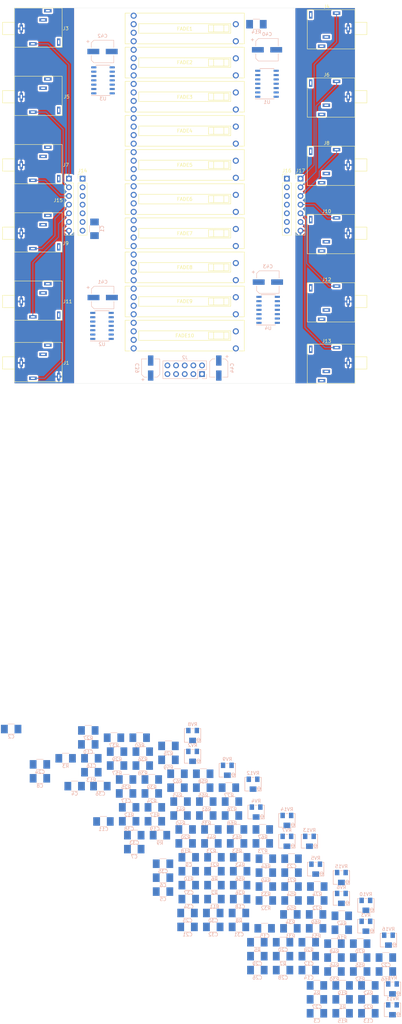
<source format=kicad_pcb>
(kicad_pcb (version 20241229) (generator "pcbnew") (generator_version "9.0")
  (layers (0 "F.Cu" signal) (2 "B.Cu" signal) (13 "F.Paste" user) (15 "B.Paste" user) (5 "F.SilkS" user "F.Silkscreen") (7 "B.SilkS" user "B.Silkscreen") (1 "F.Mask" user) (3 "B.Mask" user) (25 "Edge.Cuts" user))
  (net 0 "")
  (net 1 "Net-(C1-Pad1)")
  (net 2 "Net-(C16-Pad2)")
  (net 3 "Net-(C2-Pad2)")
  (net 4 "Net-(C15-Pad2)")
  (net 5 "Net-(C3-Pad2)")
  (net 6 "Net-(C4-Pad1)")
  (net 7 "Net-(C10-Pad1)")
  (net 8 "Net-(C5-Pad2)")
  (net 9 "Net-(C5-Pad1)")
  (net 10 "GND")
  (net 11 "Net-(C6-Pad1)")
  (net 12 "Net-(C7-Pad1)")
  (net 13 "Net-(C8-Pad1)")
  (net 14 "Net-(C9-Pad1)")
  (net 15 "Net-(C10-Pad2)")
  (net 16 "Net-(C11-Pad2)")
  (net 17 "Net-(C11-Pad1)")
  (net 18 "Net-(C12-Pad1)")
  (net 19 "Net-(C12-Pad2)")
  (net 20 "Net-(C13-Pad1)")
  (net 21 "Net-(C14-Pad1)")
  (net 22 "Net-(C15-Pad1)")
  (net 23 "Net-(C16-Pad1)")
  (net 24 "Net-(C17-Pad1)")
  (net 25 "Net-(C17-Pad2)")
  (net 26 "Net-(C18-Pad1)")
  (net 27 "Net-(C18-Pad2)")
  (net 28 "Net-(C19-Pad1)")
  (net 29 "Net-(C20-Pad1)")
  (net 30 "Net-(C21-Pad1)")
  (net 31 "Net-(C22-Pad1)")
  (net 32 "Net-(C23-Pad1)")
  (net 33 "Net-(C23-Pad2)")
  (net 34 "Net-(C24-Pad1)")
  (net 35 "Net-(C24-Pad2)")
  (net 36 "Net-(C25-Pad1)")
  (net 37 "Net-(C26-Pad1)")
  (net 38 "SUM")
  (net 39 "Net-(C27-Pad1)")
  (net 40 "Net-(C28-Pad1)")
  (net 41 "Net-(C29-Pad1)")
  (net 42 "Net-(C29-Pad2)")
  (net 43 "Net-(C30-Pad1)")
  (net 44 "Net-(C31-Pad1)")
  (net 45 "Net-(C32-Pad2)")
  (net 46 "Net-(C32-Pad1)")
  (net 47 "Net-(C33-Pad2)")
  (net 48 "Net-(C33-Pad1)")
  (net 49 "Net-(C34-Pad1)")
  (net 50 "Net-(C35-Pad1)")
  (net 51 "Net-(C36-Pad1)")
  (net 52 "Net-(C37-Pad1)")
  (net 53 "Net-(C38-Pad1)")
  (net 54 "+12")
  (net 55 "-12")
  (net 56 "<100")
  (net 57 "Net-(FADE1-Pad4)")
  (net 58 "Net-(FADE2-Pad4)")
  (net 59 "200")
  (net 60 "350")
  (net 61 "Net-(FADE3-Pad4)")
  (net 62 "500")
  (net 63 "Net-(FADE4-Pad4)")
  (net 64 "Net-(FADE5-Pad4)")
  (net 65 "700")
  (net 66 "Net-(FADE6-Pad4)")
  (net 67 "1k")
  (net 68 "1k4")
  (net 69 "Net-(FADE7-Pad4)")
  (net 70 "Net-(FADE8-Pad4)")
  (net 71 "2k")
  (net 72 "Net-(FADE9-Pad4)")
  (net 73 "3k5")
  (net 74 ">7k")
  (net 75 "Net-(FADE10-Pad4)")
  (net 76 "Net-(J3-Pad2)")
  (net 77 "Net-(J4-Pad2)")
  (net 78 "Net-(J5-Pad2)")
  (net 79 "Net-(J6-Pad2)")
  (net 80 "Net-(J7-Pad2)")
  (net 81 "Net-(J8-Pad2)")
  (net 82 "Net-(J9-Pad2)")
  (net 83 "Net-(J10-Pad2)")
  (net 84 "Net-(J11-Pad2)")
  (net 85 "Net-(J12-Pad2)")
  (net 86 "Net-(J13-Pad3)")
  (net 87 "Net-(J13-Pad2)")
  (net 88 "Net-(R5-Pad1)")
  (net 89 "Net-(R6-Pad1)")
  (net 90 "Net-(R20-Pad1)")
  (net 91 "Net-(R21-Pad2)")
  (net 92 "Net-(R32-Pad1)")
  (net 93 "Net-(R34-Pad1)")
  (net 94 "Net-(R35-Pad2)")
  (net 95 "Net-(R37-Pad2)")
  (net 96 "Net-(R47-Pad1)")
  (net 97 "Net-(R48-Pad1)")
  (net 98 "Net-(R50-Pad2)")
  (net 99 "Net-(R51-Pad2)")
  (net 100 "Net-(R60-Pad1)")
  (net 101 "Net-(R61-Pad1)")
  (net 102 "Net-(R62-Pad2)")
  (net 103 "Net-(R63-Pad2)")
  (net 104 "Net-(R65-Pad2)")
  (net 105 "Net-(R66-Pad2)")
  (net 106 "Net-(R73-Pad1)")
  (net 107 "Net-(R74-Pad2)")
  (net 108 "Net-(RV1-Pad1)")
  (net 109 "Net-(RV3-Pad1)")
  (net 110 "Net-(RV4-Pad1)")
  (net 111 "Net-(RV7-Pad1)")
  (net 112 "Net-(RV8-Pad1)")
  (net 113 "Net-(RV11-Pad1)")
  (net 114 "Net-(RV12-Pad1)")
  (net 115 "Net-(RV15-Pad1)")
  (net 116 "Net-(U4-Pad12)")
  (net 117 "Net-(U4-Pad10)")
  (net 118 "Input")
  (net 119 "<100_Out")
  (net 120 "200_Out")
  (net 121 "350_Out")
  (net 122 "500_Out")
  (net 123 "700_Out")
  (net 124 "1k_Out")
  (net 125 "1k4_Out")
  (net 126 "2k_Out")
  (net 127 "3k5_Out")
  (net 128 ">7k_Out")
  (net 129 "Net-(J1-Pad1)")
  (net 130 "Net-(J1-Pad3)")
  (net 131 "Net-(J15-Pad2)")
  (net 132 "Net-(J17-Pad1)")
  (net 133 "Net-(J10-Pad1)")
  (net 134 "Net-(J15-Pad3)")
  (net 135 "Net-(J17-Pad2)")
  (net 136 "Net-(J15-Pad4)")
  (net 137 "Net-(J17-Pad3)")
  (net 138 "Net-(J10-Pad3)")
  (net 139 "Net-(J11-Pad3)")
  (net 140 "Net-(J12-Pad3)")
  (net 141 "Output")
  (net 142 "Net-(J15-Pad1)")
  (footprint "Custom_Library:PLT20" (layer "F.Cu") (at 50 6)
    (property "Reference" "FADE1")
    (property "Value" "PTL20")
  )
  (footprint "Custom_Library:PLT20" (layer "F.Cu") (at 50 16)
    (property "Reference" "FADE2")
    (property "Value" "PTL20")
  )
  (footprint "Custom_Library:PLT20" (layer "F.Cu") (at 50 26)
    (property "Reference" "FADE3")
    (property "Value" "PTL20")
  )
  (footprint "Custom_Library:PLT20" (layer "F.Cu") (at 50 36)
    (property "Reference" "FADE4")
    (property "Value" "PTL20")
  )
  (footprint "Custom_Library:PLT20" (layer "F.Cu") (at 50 56)
    (property "Reference" "FADE6")
    (property "Value" "PTL20")
  )
  (footprint "Custom_Library:PLT20" (layer "F.Cu") (at 50 66)
    (property "Reference" "FADE7")
    (property "Value" "PTL20")
  )
  (footprint "Custom_Library:PLT20" (layer "F.Cu") (at 50 76)
    (property "Reference" "FADE8")
    (property "Value" "PTL20")
  )
  (footprint "Custom_Library:PLT20" (layer "F.Cu") (at 50 86)
    (property "Reference" "FADE9")
    (property "Value" "PTL20")
  )
  (footprint "Custom_Library:PLT20" (layer "F.Cu") (at 50 96)
    (property "Reference" "FADE10")
    (property "Value" "PTL20")
  )
  (footprint "Custom_Library:Mono_Jack_3.5mm_Switch_Switchcraft_35RAPC2AH3" (layer "F.Cu") (at 0 104)
    (property "Reference" "J1")
    (property "Value" "AudioJack1_Switch")
  )
  (footprint "Custom_Library:Mono_Jack_3.5mm_Switch_Switchcraft_35RAPC2AH3" (layer "F.Cu") (at 0 6)
    (property "Reference" "J3")
    (property "Value" "AudioJack1_Switch")
  )
  (footprint "Custom_Library:Mono_Jack_3.5mm_Switch_Switchcraft_35RAPC2AH3" (layer "F.Cu") (at 100 6 180)
    (property "Reference" "J4")
    (property "Value" "AudioJack1_Switch")
  )
  (footprint "Custom_Library:Mono_Jack_3.5mm_Switch_Switchcraft_35RAPC2AH3" (layer "F.Cu") (at 0 26)
    (property "Reference" "J5")
    (property "Value" "AudioJack1_Switch")
  )
  (footprint "Custom_Library:Mono_Jack_3.5mm_Switch_Switchcraft_35RAPC2AH3" (layer "F.Cu") (at 100 26 180)
    (property "Reference" "J6")
    (property "Value" "AudioJack1_Switch")
  )
  (footprint "Custom_Library:Mono_Jack_3.5mm_Switch_Switchcraft_35RAPC2AH3" (layer "F.Cu") (at 0 46)
    (property "Reference" "J7")
    (property "Value" "AudioJack1_Switch")
  )
  (footprint "Custom_Library:Mono_Jack_3.5mm_Switch_Switchcraft_35RAPC2AH3" (layer "F.Cu") (at 100 46 180)
    (property "Reference" "J8")
    (property "Value" "AudioJack1_Switch")
  )
  (footprint "Custom_Library:Mono_Jack_3.5mm_Switch_Switchcraft_35RAPC2AH3" (layer "F.Cu") (at 0 66)
    (property "Reference" "J9")
    (property "Value" "AudioJack1_Switch")
  )
  (footprint "Custom_Library:Mono_Jack_3.5mm_Switch_Switchcraft_35RAPC2AH3" (layer "F.Cu") (at 100 66 180)
    (property "Reference" "J10")
    (property "Value" "AudioJack1_Switch")
  )
  (footprint "Custom_Library:Mono_Jack_3.5mm_Switch_Switchcraft_35RAPC2AH3" (layer "F.Cu") (at 0 86)
    (property "Reference" "J11")
    (property "Value" "AudioJack1_Switch")
  )
  (footprint "Custom_Library:Mono_Jack_3.5mm_Switch_Switchcraft_35RAPC2AH3" (layer "F.Cu") (at 100 86 180)
    (property "Reference" "J12")
    (property "Value" "AudioJack1_Switch")
  )
  (footprint "Custom_Library:Mono_Jack_3.5mm_Switch_Switchcraft_35RAPC2AH3" (layer "F.Cu") (at 100 104 180)
    (property "Reference" "J13")
    (property "Value" "AudioJack1_Switch")
  )
  (footprint "Custom_Library:PLT20" (layer "F.Cu") (at 50 46)
    (property "Reference" "FADE5")
    (property "Value" "PTL20")
  )
  (footprint "Pin_Headers:Pin_Header_Straight_1x07_Pitch2.54mm" (layer "F.Cu") (at 20 50)
    (property "Reference" "J14")
    (property "Value" "Conn_01x07")
  )
  (footprint "Pin_Headers:Pin_Header_Straight_1x07_Pitch2.54mm" (layer "F.Cu") (at 16 50)
    (property "Reference" "J15")
    (property "Value" "Conn_01x07")
  )
  (footprint "Pin_Headers:Pin_Header_Straight_1x07_Pitch2.54mm" (layer "F.Cu") (at 80 50)
    (property "Reference" "J16")
    (property "Value" "Conn_01x07")
  )
  (footprint "Pin_Headers:Pin_Header_Straight_1x07_Pitch2.54mm" (layer "F.Cu") (at 84 50)
    (property "Reference" "J17")
    (property "Value" "Conn_01x07")
  )
  (footprint "Capacitors_SMD:CP_Elec_5x5.8" (layer "B.Cu") (at 40 105.5 90)
    (property "Reference" "C39")
    (property "Value" "22uF")
  )
  (footprint "Capacitors_SMD:CP_Elec_6.3x5.8" (layer "B.Cu") (at 74.168 12.2428)
    (property "Reference" "C40")
    (property "Value" "100uF")
  )
  (footprint "Capacitors_SMD:CP_Elec_6.3x5.8" (layer "B.Cu") (at 25.908 84.836)
    (property "Reference" "C41")
    (property "Value" "100uF")
  )
  (footprint "Capacitors_SMD:CP_Elec_6.3x5.8" (layer "B.Cu") (at 25.8572 12.7508)
    (property "Reference" "C42")
    (property "Value" "100uF")
  )
  (footprint "Capacitors_SMD:CP_Elec_6.3x5.8" (layer "B.Cu") (at 74.422 80.3148)
    (property "Reference" "C43")
    (property "Value" "100uF")
  )
  (footprint "Capacitors_SMD:CP_Elec_5x5.8" (layer "B.Cu") (at 60 105.5 -90)
    (property "Reference" "C44")
    (property "Value" "22uF")
  )
  (footprint "Capacitors_SMD:C_1210_HandSoldering" (layer "B.Cu") (at 23.5 64.7 90)
    (property "Reference" "C1")
    (property "Value" "0.47uF")
  )
  (footprint "Capacitors_SMD:C_1210_HandSoldering" (layer "B.Cu") (at -0.974999 211.279999)
    (property "Reference" "C2")
    (property "Value" "100pF")
  )
  (footprint "Capacitors_SMD:C_1210_HandSoldering" (layer "B.Cu") (at 88.825001 294.559999)
    (property "Reference" "C3")
    (property "Value" "100pF")
  )
  (footprint "Capacitors_SMD:C_1210_HandSoldering" (layer "B.Cu") (at 17.675001 228.009999)
    (property "Reference" "C4")
    (property "Value" "100pF")
  )
  (footprint "Capacitors_SMD:C_1210_HandSoldering" (layer "B.Cu") (at 43.625001 258.909999)
    (property "Reference" "C5")
    (property "Value" "0.01uF")
  )
  (footprint "Capacitors_SMD:C_1210_HandSoldering" (layer "B.Cu") (at 43.625001 254.829999)
    (property "Reference" "C6")
    (property "Value" "0.047uF")
  )
  (footprint "Capacitors_SMD:C_1210_HandSoldering" (layer "B.Cu") (at 35.175001 246.459999)
    (property "Reference" "C7")
    (property "Value" "0.0015uF")
  )
  (footprint "Capacitors_SMD:C_1210_HandSoldering" (layer "B.Cu") (at 7.475001 225.709999)
    (property "Reference" "C8")
    (property "Value" "820pF")
  )
  (footprint "Capacitors_SMD:C_1210_HandSoldering" (layer "B.Cu") (at 51.175001 248.859999)
    (property "Reference" "C9")
    (property "Value" "0.01uF")
  )
  (footprint "Capacitors_SMD:C_1210_HandSoldering" (layer "B.Cu") (at 21.675001 215.769999)
    (property "Reference" "C10")
    (property "Value" "22uF")
  )
  (footprint "Capacitors_SMD:C_1210_HandSoldering" (layer "B.Cu") (at 26.125001 238.359999)
    (property "Reference" "C11")
    (property "Value" "0.0047uF")
  )
  (footprint "Capacitors_SMD:C_1210_HandSoldering" (layer "B.Cu") (at 86.425001 277.829999)
    (property "Reference" "C12")
    (property "Value" "0.047uF")
  )
  (footprint "Capacitors_SMD:C_1210_HandSoldering" (layer "B.Cu") (at 103.925001 294.559999)
    (property "Reference" "C13")
    (property "Value" "820pF")
  )
  (footprint "Capacitors_SMD:C_1210_HandSoldering" (layer "B.Cu") (at 86.425001 281.909999)
    (property "Reference" "C14")
    (property "Value" "0.01uF")
  )
  (footprint "Capacitors_SMD:C_1210_HandSoldering" (layer "B.Cu") (at 73.475001 269.669999)
    (property "Reference" "C15")
    (property "Value" "0.0047uF")
  )
  (footprint "Capacitors_SMD:C_1210_HandSoldering" (layer "B.Cu") (at 22.575001 219.849999)
    (property "Reference" "C16")
    (property "Value" "0.047uF")
  )
  (footprint "Capacitors_SMD:C_1210_HandSoldering" (layer "B.Cu") (at 32.775001 230.139999)
    (property "Reference" "C17")
    (property "Value" "0.022uF")
  )
  (footprint "Capacitors_SMD:C_1210_HandSoldering" (layer "B.Cu") (at 66.275001 261.099999)
    (property "Reference" "C18")
    (property "Value" "0.0047uF")
  )
  (footprint "Capacitors_SMD:C_1210_HandSoldering" (layer "B.Cu") (at 41.225001 238.299999)
    (property "Reference" "C19")
    (property "Value" "0.0047uF")
  )
  (footprint "Capacitors_SMD:C_1210_HandSoldering" (layer "B.Cu") (at 78.875001 273.749999)
    (property "Reference" "C20")
    (property "Value" "470pF")
  )
  (footprint "Capacitors_SMD:C_1210_HandSoldering" (layer "B.Cu") (at 50.825001 269.259999)
    (property "Reference" "C21")
    (property "Value" "0.022uF")
  )
  (footprint "Capacitors_SMD:C_1210_HandSoldering" (layer "B.Cu") (at 109.075001 278.239999)
    (property "Reference" "C22")
    (property "Value" "0.0047uF")
  )
  (footprint "Capacitors_SMD:C_1210_HandSoldering" (layer "B.Cu") (at 81.375001 249.269999)
    (property "Reference" "C23")
    (property "Value" "0.022uF")
  )
  (footprint "Capacitors_SMD:C_1210_HandSoldering" (layer "B.Cu") (at 7.475001 221.629999)
    (property "Reference" "C24")
    (property "Value" "0.0022uF")
  )
  (footprint "Capacitors_SMD:C_1210_HandSoldering" (layer "B.Cu") (at 50.825001 265.179999)
    (property "Reference" "C25")
    (property "Value" "0.0022uF")
  )
  (footprint "Capacitors_SMD:C_1210_HandSoldering" (layer "B.Cu") (at 71.325001 281.909999)
    (property "Reference" "C26")
    (property "Value" "470pF")
  )
  (footprint "Capacitors_SMD:C_1210_HandSoldering" (layer "B.Cu") (at 88.825001 290.479999)
    (property "Reference" "C27")
    (property "Value" "100pF")
  )
  (footprint "Capacitors_SMD:C_1210_HandSoldering" (layer "B.Cu") (at 78.875001 281.909999)
    (property "Reference" "C28")
    (property "Value" "0.47uF")
  )
  (footprint "Capacitors_SMD:C_1210_HandSoldering" (layer "B.Cu") (at 71.325001 277.829999)
    (property "Reference" "C29")
    (property "Value" "100pF")
  )
  (footprint "Capacitors_SMD:C_1210_HandSoldering" (layer "B.Cu") (at 58.375001 265.179999)
    (property "Reference" "C30")
    (property "Value" "0.022uF")
  )
  (footprint "Capacitors_SMD:C_1210_HandSoldering" (layer "B.Cu") (at 65.925001 269.259999)
    (property "Reference" "C31")
    (property "Value" "0.0022uF")
  )
  (footprint "Capacitors_SMD:C_1210_HandSoldering" (layer "B.Cu") (at 58.375001 269.259999)
    (property "Reference" "C32")
    (property "Value" "100pF")
  )
  (footprint "Capacitors_SMD:C_1210_HandSoldering" (layer "B.Cu") (at 35.175001 242.379999)
    (property "Reference" "C33")
    (property "Value" "0.01uF")
  )
  (footprint "Capacitors_SMD:C_1210_HandSoldering" (layer "B.Cu") (at 51.175001 261.099999)
    (property "Reference" "C34")
    (property "Value" "0.0015uF")
  )
  (footprint "Capacitors_SMD:C_1210_HandSoldering" (layer "B.Cu") (at 43.625001 250.749999)
    (property "Reference" "C35")
    (property "Value" "0.0022uF")
  )
  (footprint "Capacitors_SMD:C_1210_HandSoldering" (layer "B.Cu") (at 25.225001 228.009999)
    (property "Reference" "C36")
    (property "Value" "0.0022uF")
  )
  (footprint "Capacitors_SMD:C_1210_HandSoldering" (layer "B.Cu") (at 51.175001 257.019999)
    (property "Reference" "C37")
    (property "Value" "0.0022uF")
  )
  (footprint "Capacitors_SMD:C_1210_HandSoldering" (layer "B.Cu") (at 33.675001 238.299999)
    (property "Reference" "C38")
    (property "Value" "0.01uF")
  )
  (footprint "Pin_Headers:Pin_Header_Straight_2x05_Pitch2.54mm" (layer "B.Cu") (at 55.08 107.27 90)
    (property "Reference" "J2")
    (property "Value" "Conn_02x05_Odd_Even")
  )
  (footprint "Resistors_SMD:R_1210_HandSoldering" (layer "B.Cu") (at 96.375001 290.479999)
    (property "Reference" "R1")
    (property "Value" "33k")
  )
  (footprint "Resistors_SMD:R_1210_HandSoldering" (layer "B.Cu") (at 58.725001 257.019999)
    (property "Reference" "R2")
    (property "Value" "33k")
  )
  (footprint "Resistors_SMD:R_1210_HandSoldering" (layer "B.Cu") (at 15.025001 219.849999)
    (property "Reference" "R3")
    (property "Value" "33k")
  )
  (footprint "Resistors_SMD:R_1210_HandSoldering" (layer "B.Cu") (at 88.825001 286.399999)
    (property "Reference" "R4")
    (property "Value" "33k")
  )
  (footprint "Resistors_SMD:R_1210_HandSoldering" (layer "B.Cu") (at 71.325001 273.749999)
    (property "Reference" "R5")
    (property "Value" "33k")
  )
  (footprint "Resistors_SMD:R_1210_HandSoldering" (layer "B.Cu") (at 58.725001 252.939999)
    (property "Reference" "R6")
    (property "Value" "15k")
  )
  (footprint "Resistors_SMD:R_1210_HandSoldering" (layer "B.Cu") (at 78.875001 277.829999)
    (property "Reference" "R7")
    (property "Value" "33k")
  )
  (footprint "Resistors_SMD:R_1210_HandSoldering" (layer "B.Cu") (at 65.925001 265.179999)
    (property "Reference" "R8")
    (property "Value" "10k")
  )
  (footprint "Resistors_SMD:R_1210_HandSoldering" (layer "B.Cu") (at 42.725001 242.379999)
    (property "Reference" "R9")
    (property "Value" "33k")
  )
  (footprint "Resistors_SMD:R_1210_HandSoldering" (layer "B.Cu") (at 51.175001 252.939999)
    (property "Reference" "R10")
    (property "Value" "10k")
  )
  (footprint "Resistors_SMD:R_1210_HandSoldering" (layer "B.Cu") (at 58.725001 261.099999)
    (property "Reference" "R11")
    (property "Value" "150k")
  )
  (footprint "Resistors_SMD:R_1210_HandSoldering" (layer "B.Cu") (at 33.675001 234.219999)
    (property "Reference" "R12")
    (property "Value" "15k")
  )
  (footprint "Resistors_SMD:R_1210_HandSoldering" (layer "B.Cu") (at 22.575001 223.929999)
    (property "Reference" "R13")
    (property "Value" "220")
  )
  (footprint "Resistors_SMD:R_1210_HandSoldering" (layer "B.Cu") (at 71.05 4.75)
    (property "Reference" "R14")
    (property "Value" "220")
  )
  (footprint "Resistors_SMD:R_1210_HandSoldering" (layer "B.Cu") (at 96.375001 294.559999)
    (property "Reference" "R15")
    (property "Value" "33k")
  )
  (footprint "Resistors_SMD:R_1210_HandSoldering" (layer "B.Cu") (at 96.125001 270.079999)
    (property "Reference" "R16")
    (property "Value" "10k")
  )
  (footprint "Resistors_SMD:R_1210_HandSoldering" (layer "B.Cu") (at 41.225001 234.219999)
    (property "Reference" "R17")
    (property "Value" "56k")
  )
  (footprint "Resistors_SMD:R_1210_HandSoldering" (layer "B.Cu") (at 50.275001 244.779999)
    (property "Reference" "R18")
    (property "Value" "56k")
  )
  (footprint "Resistors_SMD:R_1210_HandSoldering" (layer "B.Cu") (at 96.375001 286.399999)
    (property "Reference" "R19")
    (property "Value" "56k")
  )
  (footprint "Resistors_SMD:R_1210_HandSoldering" (layer "B.Cu") (at 50.275001 240.699999)
    (property "Reference" "R20")
    (property "Value" "150k")
  )
  (footprint "Resistors_SMD:R_1210_HandSoldering" (layer "B.Cu") (at 58.725001 248.859999)
    (property "Reference" "R21")
    (property "Value" "180k")
  )
  (footprint "Resistors_SMD:R_1210_HandSoldering" (layer "B.Cu") (at 103.925001 290.479999)
    (property "Reference" "R22")
    (property "Value" "10k")
  )
  (footprint "Resistors_SMD:R_1210_HandSoldering" (layer "B.Cu") (at 57.825001 244.779999)
    (property "Reference" "R23")
    (property "Value" "33k")
  )
  (footprint "Resistors_SMD:R_1210_HandSoldering" (layer "B.Cu") (at 40.325001 230.139999)
    (property "Reference" "R24")
    (property "Value" "10k")
  )
  (footprint "Resistors_SMD:R_1210_HandSoldering" (layer "B.Cu") (at 32.775001 226.059999)
    (property "Reference" "R25")
    (property "Value" "33k")
  )
  (footprint "Resistors_SMD:R_1210_HandSoldering" (layer "B.Cu") (at 66.275001 257.019999)
    (property "Reference" "R26")
    (property "Value" "10k")
  )
  (footprint "Resistors_SMD:R_1210_HandSoldering" (layer "B.Cu") (at 21.675001 211.689999)
    (property "Reference" "R27")
    (property "Value" "15k")
  )
  (footprint "Resistors_SMD:R_1210_HandSoldering" (layer "B.Cu") (at 86.425001 273.749999)
    (property "Reference" "R28")
    (property "Value" "220")
  )
  (footprint "Resistors_SMD:R_1210_HandSoldering" (layer "B.Cu") (at 30.125001 217.899999)
    (property "Reference" "R29")
    (property "Value" "15k")
  )
  (footprint "Resistors_SMD:R_1210_HandSoldering" (layer "B.Cu") (at 93.975001 282.319999)
    (property "Reference" "R30")
    (property "Value" "33k")
  )
  (footprint "Resistors_SMD:R_1210_HandSoldering" (layer "B.Cu") (at 81.025001 269.669999)
    (property "Reference" "R31")
    (property "Value" "220")
  )
  (footprint "Resistors_SMD:R_1210_HandSoldering" (layer "B.Cu") (at 73.825001 261.509999)
    (property "Reference" "R32")
    (property "Value" "150k")
  )
  (footprint "Resistors_SMD:R_1210_HandSoldering" (layer "B.Cu") (at 73.825001 257.429999)
    (property "Reference" "R33")
    (property "Value" "10k")
  )
  (footprint "Resistors_SMD:R_1210_HandSoldering" (layer "B.Cu") (at 81.025001 265.589999)
    (property "Reference" "R34")
    (property "Value" "68k")
  )
  (footprint "Resistors_SMD:R_1210_HandSoldering" (layer "B.Cu") (at 56.325001 236.619999)
    (property "Reference" "R35")
    (property "Value" "180k")
  )
  (footprint "Resistors_SMD:R_1210_HandSoldering" (layer "B.Cu") (at 37.675001 217.899999)
    (property "Reference" "R36")
    (property "Value" "33k")
  )
  (footprint "Resistors_SMD:R_1210_HandSoldering" (layer "B.Cu") (at 29.225001 213.819999)
    (property "Reference" "R37")
    (property "Value" "100k")
  )
  (footprint "Resistors_SMD:R_1210_HandSoldering" (layer "B.Cu") (at 37.675001 221.979999)
    (property "Reference" "R38")
    (property "Value" "10k")
  )
  (footprint "Resistors_SMD:R_1210_HandSoldering" (layer "B.Cu") (at 40.325001 226.059999)
    (property "Reference" "R39")
    (property "Value" "33k")
  )
  (footprint "Resistors_SMD:R_1210_HandSoldering" (layer "B.Cu") (at 48.775001 236.619999)
    (property "Reference" "R40")
    (property "Value" "10k")
  )
  (footprint "Resistors_SMD:R_1210_HandSoldering" (layer "B.Cu") (at 48.775001 232.539999)
    (property "Reference" "R41")
    (property "Value" "33k")
  )
  (footprint "Resistors_SMD:R_1210_HandSoldering" (layer "B.Cu") (at 103.925001 286.399999)
    (property "Reference" "R42")
    (property "Value" "15k")
  )
  (footprint "Resistors_SMD:R_1210_HandSoldering" (layer "B.Cu") (at 66.275001 248.859999)
    (property "Reference" "R43")
    (property "Value" "15k")
  )
  (footprint "Resistors_SMD:R_1210_HandSoldering" (layer "B.Cu") (at 57.825001 240.699999)
    (property "Reference" "R44")
    (property "Value" "10k")
  )
  (footprint "Resistors_SMD:R_1210_HandSoldering" (layer "B.Cu") (at 47.875001 228.459999)
    (property "Reference" "R45")
    (property "Value" "220")
  )
  (footprint "Resistors_SMD:R_1210_HandSoldering" (layer "B.Cu") (at 93.975001 278.239999)
    (property "Reference" "R46")
    (property "Value" "220")
  )
  (footprint "Resistors_SMD:R_1210_HandSoldering" (layer "B.Cu") (at 96.125001 265.999999)
    (property "Reference" "R47")
    (property "Value" "91k")
  )
  (footprint "Resistors_SMD:R_1210_HandSoldering" (layer "B.Cu") (at 93.975001 274.159999)
    (property "Reference" "R48")
    (property "Value" "150k")
  )
  (footprint "Resistors_SMD:R_1210_HandSoldering" (layer "B.Cu") (at 73.825001 253.349999)
    (property "Reference" "R49")
    (property "Value" "33k")
  )
  (footprint "Resistors_SMD:R_1210_HandSoldering" (layer "B.Cu") (at 81.375001 261.509999)
    (property "Reference" "R50")
    (property "Value" "150k")
  )
  (footprint "Resistors_SMD:R_1210_HandSoldering" (layer "B.Cu") (at 88.575001 269.669999)
    (property "Reference" "R51")
    (property "Value" "180k")
  )
  (footprint "Resistors_SMD:R_1210_HandSoldering" (layer "B.Cu") (at 101.525001 282.319999)
    (property "Reference" "R52")
    (property "Value" "64k9")
  )
  (footprint "Resistors_SMD:R_1210_HandSoldering" (layer "B.Cu") (at 65.375001 244.779999)
    (property "Reference" "R53")
    (property "Value" "56k")
  )
  (footprint "Resistors_SMD:R_1210_HandSoldering" (layer "B.Cu") (at 81.375001 257.429999)
    (property "Reference" "R54")
    (property "Value" "33k")
  )
  (footprint "Resistors_SMD:R_1210_HandSoldering" (layer "B.Cu") (at 101.525001 278.239999)
    (property "Reference" "R55")
    (property "Value" "15k")
  )
  (footprint "Resistors_SMD:R_1210_HandSoldering" (layer "B.Cu") (at 66.275001 252.939999)
    (property "Reference" "R56")
    (property "Value" "15k")
  )
  (footprint "Resistors_SMD:R_1210_HandSoldering" (layer "B.Cu") (at 30.125001 221.979999)
    (property "Reference" "R57")
    (property "Value" "220")
  )
  (footprint "Resistors_SMD:R_1210_HandSoldering" (layer "B.Cu") (at 55.425001 224.379999)
    (property "Reference" "R58")
    (property "Value" "220")
  )
  (footprint "Resistors_SMD:R_1210_HandSoldering" (layer "B.Cu") (at 45.225001 220.299999)
    (property "Reference" "R59")
    (property "Value" "33k")
  )
  (footprint "Resistors_SMD:R_1210_HandSoldering" (layer "B.Cu") (at 36.775001 213.819999)
    (property "Reference" "R60")
    (property "Value" "91k")
  )
  (footprint "Resistors_SMD:R_1210_HandSoldering" (layer "B.Cu") (at 56.325001 232.539999)
    (property "Reference" "R61")
    (property "Value" "68k")
  )
  (footprint "Resistors_SMD:R_1210_HandSoldering" (layer "B.Cu") (at 47.875001 224.379999)
    (property "Reference" "R62")
    (property "Value" "150k")
  )
  (footprint "Resistors_SMD:R_1210_HandSoldering" (layer "B.Cu") (at 65.375001 240.699999)
    (property "Reference" "R63")
    (property "Value" "100k")
  )
  (footprint "Resistors_SMD:R_1210_HandSoldering" (layer "B.Cu") (at 73.825001 249.269999)
    (property "Reference" "R64")
    (property "Value" "220")
  )
  (footprint "Resistors_SMD:R_1210_HandSoldering" (layer "B.Cu") (at 55.425001 228.459999)
    (property "Reference" "R65")
    (property "Value" "4k7")
  )
  (footprint "Resistors_SMD:R_1210_HandSoldering" (layer "B.Cu") (at 109.075001 282.319999)
    (property "Reference" "R66")
    (property "Value" "33k")
  )
  (footprint "Resistors_SMD:R_1210_HandSoldering" (layer "B.Cu") (at 72.925001 240.699999)
    (property "Reference" "R67")
    (property "Value" "180k")
  )
  (footprint "Resistors_SMD:R_1210_HandSoldering" (layer "B.Cu") (at 63.875001 236.619999)
    (property "Reference" "R68")
    (property "Value" "6k8")
  )
  (footprint "Resistors_SMD:R_1210_HandSoldering" (layer "B.Cu") (at 88.575001 265.589999)
    (property "Reference" "R69")
    (property "Value" "220k")
  )
  (footprint "Resistors_SMD:R_1210_HandSoldering" (layer "B.Cu") (at 101.525001 274.159999)
    (property "Reference" "R70")
    (property "Value" "15k")
  )
  (footprint "Resistors_SMD:R_1210_HandSoldering" (layer "B.Cu") (at 81.375001 253.349999)
    (property "Reference" "R71")
    (property "Value" "220")
  )
  (footprint "Resistors_SMD:R_1210_HandSoldering" (layer "B.Cu") (at 88.925001 261.509999)
    (property "Reference" "R72")
    (property "Value" "220")
  )
  (footprint "Resistors_SMD:R_1210_HandSoldering" (layer "B.Cu") (at 72.925001 244.779999)
    (property "Reference" "R73")
    (property "Value" "150k")
  )
  (footprint "Resistors_SMD:R_1210_HandSoldering" (layer "B.Cu") (at 88.925001 257.429999)
    (property "Reference" "R74")
    (property "Value" "180k")
  )
  (footprint "Resistors_SMD:R_1210_HandSoldering" (layer "B.Cu") (at 45.225001 216.219999)
    (property "Reference" "R75")
    (property "Value" "1k5")
  )
  (footprint "Resistors_SMD:R_1210_HandSoldering" (layer "B.Cu") (at 63.875001 232.539999)
    (property "Reference" "R76")
    (property "Value" "330")
  )
  (footprint "Resistors_SMD:R_1210_HandSoldering" (layer "B.Cu") (at 62.975001 228.459999)
    (property "Reference" "R77")
    (property "Value" "330")
  )
  (footprint "Custom_Library:PVG5A" (layer "B.Cu") (at 111.010001 287.419999)
    (property "Reference" "RV1")
    (property "Value" "100k")
  )
  (footprint "Custom_Library:PVG5A" (layer "B.Cu") (at 52.310001 219.279999)
    (property "Reference" "RV2")
    (property "Value" "20k")
  )
  (footprint "Custom_Library:PVG5A" (layer "B.Cu") (at 103.210001 269.059999)
    (property "Reference" "RV3")
    (property "Value" "100k")
  )
  (footprint "Custom_Library:PVG5A" (layer "B.Cu") (at 70.960001 235.599999)
    (property "Reference" "RV4")
    (property "Value" "100k")
  )
  (footprint "Custom_Library:PVG5A" (layer "B.Cu") (at 88.460001 252.329999)
    (property "Reference" "RV5")
    (property "Value" "20k")
  )
  (footprint "Custom_Library:PVG5A" (layer "B.Cu") (at 96.010001 260.899999)
    (property "Reference" "RV6")
    (property "Value" "20k")
  )
  (footprint "Custom_Library:PVG5A" (layer "B.Cu") (at 80.010001 244.169999)
    (property "Reference" "RV7")
    (property "Value" "100k")
  )
  (footprint "Custom_Library:PVG5A" (layer "B.Cu") (at 52.310001 213.159999)
    (property "Reference" "RV8")
    (property "Value" "100k")
  )
  (footprint "Custom_Library:PVG5A" (layer "B.Cu") (at 62.510001 223.359999)
    (property "Reference" "RV9")
    (property "Value" "20k")
  )
  (footprint "Custom_Library:PVG5A" (layer "B.Cu") (at 103.210001 262.939999)
    (property "Reference" "RV10")
    (property "Value" "20k")
  )
  (footprint "Custom_Library:PVG5A" (layer "B.Cu") (at 111.010001 293.539999)
    (property "Reference" "RV11")
    (property "Value" "100k")
  )
  (footprint "Custom_Library:PVG5A" (layer "B.Cu") (at 70.060001 227.439999)
    (property "Reference" "RV12")
    (property "Value" "100k")
  )
  (footprint "Custom_Library:PVG5A" (layer "B.Cu") (at 86.630001 244.169999)
    (property "Reference" "RV13")
    (property "Value" "20k")
  )
  (footprint "Custom_Library:PVG5A" (layer "B.Cu") (at 80.010001 238.049999)
    (property "Reference" "RV14")
    (property "Value" "20k")
  )
  (footprint "Custom_Library:PVG5A" (layer "B.Cu") (at 96.010001 254.779999)
    (property "Reference" "RV15")
    (property "Value" "100k")
  )
  (footprint "Custom_Library:PVG5A" (layer "B.Cu") (at 109.830001 273.139999)
    (property "Reference" "RV16")
    (property "Value" "20k")
  )
  (footprint "Housings_SOIC:SOIC-14_3.9x8.7mm_Pitch1.27mm" (layer "B.Cu") (at 74.15 22.2)
    (property "Reference" "U1")
    (property "Value" "TL074")
  )
  (footprint "Housings_SOIC:SOIC-14_3.9x8.7mm_Pitch1.27mm" (layer "B.Cu") (at 25.7 93.15)
    (property "Reference" "U2")
    (property "Value" "TL074")
  )
  (footprint "Housings_SOIC:SOIC-14_3.9x8.7mm_Pitch1.27mm" (layer "B.Cu") (at 26 21.2)
    (property "Reference" "U3")
    (property "Value" "TL074")
  )
  (footprint "Housings_SOIC:SOIC-14_3.9x8.7mm_Pitch1.27mm" (layer "B.Cu") (at 74.5 88.45)
    (property "Reference" "U4")
    (property "Value" "TL074")
  )
  (gr_line (start 0 0) (end 100 0) (stroke (width 0.05)) (layer "Edge.Cuts"))
  (gr_line (start 0 110) (end 100 110) (stroke (width 0.05)) (layer "Edge.Cuts"))
  (gr_line (start 100 0) (end 100 110) (stroke (width 0.05)) (layer "Edge.Cuts"))
  (gr_line (start 0 0) (end 0 110) (stroke (width 0.05)) (layer "Edge.Cuts"))
  (segment (start 85.3 93.6) (end 91.2 99.5) (width 0.25) (layer "B.Cu") (net 86))
  (segment (start 85.3 64) (end 85.3 93.6) (width 0.25) (layer "B.Cu") (net 86))
  (segment (start 84 62.7) (end 85.3 64) (width 0.25) (layer "B.Cu") (net 86))
  (segment (start 91.2 99.5) (end 94.6 99.5) (width 0.25) (layer "B.Cu") (net 86))
  (segment (start 8.85 108.5) (end 5.4 108.5) (width 0.25) (layer "B.Cu") (net 130))
  (segment (start 14.25 64.45) (end 14.25 103.1) (width 0.25) (layer "B.Cu") (net 130))
  (segment (start 16 62.7) (end 14.25 64.45) (width 0.25) (layer "B.Cu") (net 130))
  (segment (start 14.25 103.1) (end 8.85 108.5) (width 0.25) (layer "B.Cu") (net 130))
  (segment (start 14.3 35.55) (end 9.25 30.5) (width 0.25) (layer "B.Cu") (net 131))
  (segment (start 14.3 50.84) (end 14.3 35.55) (width 0.25) (layer "B.Cu") (net 131))
  (segment (start 9.25 30.5) (end 5.4 30.5) (width 0.25) (layer "B.Cu") (net 131))
  (segment (start 16 52.54) (end 14.3 50.84) (width 0.25) (layer "B.Cu") (net 131))
  (segment (start 88 16.55) (end 88 46) (width 0.25) (layer "B.Cu") (net 132))
  (segment (start 88 46) (end 84 50) (width 0.25) (layer "B.Cu") (net 132))
  (segment (start 94.6 1.5) (end 94.6 9.95) (width 0.25) (layer "B.Cu") (net 132))
  (segment (start 94.6 9.95) (end 88 16.55) (width 0.25) (layer "B.Cu") (net 132))
  (segment (start 8.95 50.5) (end 5.4 50.5) (width 0.25) (layer "B.Cu") (net 134))
  (segment (start 16 55.08) (end 13.53 55.08) (width 0.25) (layer "B.Cu") (net 134))
  (segment (start 13.53 55.08) (end 8.95 50.5) (width 0.25) (layer "B.Cu") (net 134))
  (segment (start 85.175001 51.364999) (end 84 52.54) (width 0.25) (layer "B.Cu") (net 135))
  (segment (start 94.6 21.5) (end 94.6 22.7) (width 0.25) (layer "B.Cu") (net 135))
  (segment (start 94.6 22.7) (end 88.55 28.75) (width 0.25) (layer "B.Cu") (net 135))
  (segment (start 88.55 28.75) (end 88.55 47.99) (width 0.25) (layer "B.Cu") (net 135))
  (segment (start 88.55 47.99) (end 85.175001 51.364999) (width 0.25) (layer "B.Cu") (net 135))
  (segment (start 11.9 66.7) (end 8.1 70.5) (width 0.25) (layer "B.Cu") (net 136))
  (segment (start 16 57.62) (end 11.9 61.72) (width 0.25) (layer "B.Cu") (net 136))
  (segment (start 8.1 70.5) (end 5.4 70.5) (width 0.25) (layer "B.Cu") (net 136))
  (segment (start 11.9 61.72) (end 11.9 66.7) (width 0.25) (layer "B.Cu") (net 136))
  (segment (start 84 55.08) (end 89.5 49.58) (width 0.25) (layer "B.Cu") (net 137))
  (segment (start 89.5 49.58) (end 89.5 47.85) (width 0.25) (layer "B.Cu") (net 137))
  (segment (start 89.5 47.85) (end 94.6 42.75) (width 0.25) (layer "B.Cu") (net 137))
  (segment (start 94.6 42.75) (end 94.6 41.5) (width 0.25) (layer "B.Cu") (net 137))
  (segment (start 91.95 61.5) (end 94.6 61.5) (width 0.25) (layer "B.Cu") (net 138))
  (segment (start 84 57.62) (end 88.07 57.62) (width 0.25) (layer "B.Cu") (net 138))
  (segment (start 88.07 57.62) (end 91.95 61.5) (width 0.25) (layer "B.Cu") (net 138))
  (segment (start 5.4 74.65) (end 5.4 90.5) (width 0.25) (layer "B.Cu") (net 139))
  (segment (start 12.95 67.1) (end 5.4 74.65) (width 0.25) (layer "B.Cu") (net 139))
  (segment (start 16 60.16) (end 12.95 63.21) (width 0.25) (layer "B.Cu") (net 139))
  (segment (start 12.95 63.21) (end 12.95 67.1) (width 0.25) (layer "B.Cu") (net 139))
  (segment (start 84 60.16) (end 85.8 61.96) (width 0.25) (layer "B.Cu") (net 140))
  (segment (start 85.8 61.96) (end 85.8 74.85) (width 0.25) (layer "B.Cu") (net 140))
  (segment (start 92.45 81.5) (end 94.6 81.5) (width 0.25) (layer "B.Cu") (net 140))
  (segment (start 85.8 74.85) (end 92.45 81.5) (width 0.25) (layer "B.Cu") (net 140))
  (segment (start 16 50) (end 16 16.6) (width 0.25) (layer "B.Cu") (net 142))
  (segment (start 9.9 10.5) (end 5.4 10.5) (width 0.25) (layer "B.Cu") (net 142))
  (segment (start 16 16.6) (end 9.9 10.5) (width 0.25) (layer "B.Cu") (net 142))
  (zone (net 133) (net_name "Net-(J10-Pad1)") (layer "F.Cu") (connect_pads (clearance 0.508)) (min_thickness 0.254) (fill yes (thermal_gap 0.508) (thermal_bridge_width 0.508))
    (polygon (pts (xy 100 110) (xy 82.5 110) (xy 82.5 0) (xy 100 0)))
  )
  (zone (net 129) (net_name "Net-(J1-Pad1)") (layer "F.Cu") (connect_pads (clearance 0.508)) (min_thickness 0.254) (fill yes (thermal_gap 0.508) (thermal_bridge_width 0.508))
    (polygon (pts (xy 17.5 110) (xy 0 110) (xy 0 0) (xy 17.5 0)))
  )
  (zone (net 129) (net_name "Net-(J1-Pad1)") (layer "B.Cu") (connect_pads (clearance 0.508)) (min_thickness 0.254) (fill yes (thermal_gap 0.508) (thermal_bridge_width 0.508))
    (polygon (pts (xy 17.5 110) (xy 0 110) (xy 0 0) (xy 17.5 0)))
  )
  (zone (net 133) (net_name "Net-(J10-Pad1)") (layer "B.Cu") (connect_pads (clearance 0.508)) (min_thickness 0.254) (fill yes (thermal_gap 0.508) (thermal_bridge_width 0.508))
    (polygon (pts (xy 100 110) (xy 82.5 110) (xy 82.5 0) (xy 100 0)))
  )
)
</source>
